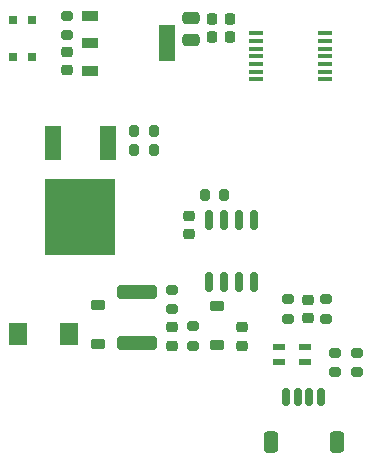
<source format=gtp>
G04 #@! TF.GenerationSoftware,KiCad,Pcbnew,8.0.8*
G04 #@! TF.CreationDate,2025-03-05T20:48:14-06:00*
G04 #@! TF.ProjectId,Incipit11,496e6369-7069-4743-9131-2e6b69636164,A*
G04 #@! TF.SameCoordinates,Original*
G04 #@! TF.FileFunction,Paste,Top*
G04 #@! TF.FilePolarity,Positive*
%FSLAX46Y46*%
G04 Gerber Fmt 4.6, Leading zero omitted, Abs format (unit mm)*
G04 Created by KiCad (PCBNEW 8.0.8) date 2025-03-05 20:48:14*
%MOMM*%
%LPD*%
G01*
G04 APERTURE LIST*
G04 Aperture macros list*
%AMRoundRect*
0 Rectangle with rounded corners*
0 $1 Rounding radius*
0 $2 $3 $4 $5 $6 $7 $8 $9 X,Y pos of 4 corners*
0 Add a 4 corners polygon primitive as box body*
4,1,4,$2,$3,$4,$5,$6,$7,$8,$9,$2,$3,0*
0 Add four circle primitives for the rounded corners*
1,1,$1+$1,$2,$3*
1,1,$1+$1,$4,$5*
1,1,$1+$1,$6,$7*
1,1,$1+$1,$8,$9*
0 Add four rect primitives between the rounded corners*
20,1,$1+$1,$2,$3,$4,$5,0*
20,1,$1+$1,$4,$5,$6,$7,0*
20,1,$1+$1,$6,$7,$8,$9,0*
20,1,$1+$1,$8,$9,$2,$3,0*%
G04 Aperture macros list end*
%ADD10RoundRect,0.225000X-0.375000X0.225000X-0.375000X-0.225000X0.375000X-0.225000X0.375000X0.225000X0*%
%ADD11R,1.600000X1.900000*%
%ADD12RoundRect,0.200000X-0.275000X0.200000X-0.275000X-0.200000X0.275000X-0.200000X0.275000X0.200000X0*%
%ADD13RoundRect,0.200000X0.200000X0.275000X-0.200000X0.275000X-0.200000X-0.275000X0.200000X-0.275000X0*%
%ADD14RoundRect,0.250000X-1.450000X0.312500X-1.450000X-0.312500X1.450000X-0.312500X1.450000X0.312500X0*%
%ADD15R,1.400000X3.000000*%
%ADD16R,6.000000X6.500000*%
%ADD17RoundRect,0.225000X-0.250000X0.225000X-0.250000X-0.225000X0.250000X-0.225000X0.250000X0.225000X0*%
%ADD18RoundRect,0.200000X0.275000X-0.200000X0.275000X0.200000X-0.275000X0.200000X-0.275000X-0.200000X0*%
%ADD19RoundRect,0.225000X-0.225000X-0.250000X0.225000X-0.250000X0.225000X0.250000X-0.225000X0.250000X0*%
%ADD20RoundRect,0.225000X0.250000X-0.225000X0.250000X0.225000X-0.250000X0.225000X-0.250000X-0.225000X0*%
%ADD21R,0.650000X0.650000*%
%ADD22RoundRect,0.250000X0.475000X-0.250000X0.475000X0.250000X-0.475000X0.250000X-0.475000X-0.250000X0*%
%ADD23RoundRect,0.150000X0.150000X-0.675000X0.150000X0.675000X-0.150000X0.675000X-0.150000X-0.675000X0*%
%ADD24R,1.473200X0.889000*%
%ADD25R,1.473200X3.149600*%
%ADD26RoundRect,0.218750X0.256250X-0.218750X0.256250X0.218750X-0.256250X0.218750X-0.256250X-0.218750X0*%
%ADD27RoundRect,0.150000X-0.150000X-0.625000X0.150000X-0.625000X0.150000X0.625000X-0.150000X0.625000X0*%
%ADD28RoundRect,0.250000X-0.350000X-0.650000X0.350000X-0.650000X0.350000X0.650000X-0.350000X0.650000X0*%
%ADD29R,1.308100X0.355600*%
%ADD30R,1.000000X0.600000*%
%ADD31RoundRect,0.225000X0.375000X-0.225000X0.375000X0.225000X-0.375000X0.225000X-0.375000X-0.225000X0*%
G04 APERTURE END LIST*
D10*
X93200000Y-96350000D03*
X93200000Y-99650000D03*
D11*
X80645000Y-98700000D03*
X76345000Y-98700000D03*
D12*
X103200000Y-100275000D03*
X103200000Y-101925000D03*
X99200000Y-95775000D03*
X99200000Y-97425000D03*
D13*
X87825000Y-81500000D03*
X86175000Y-81500000D03*
X93795000Y-86900000D03*
X92145000Y-86900000D03*
D14*
X86400000Y-95162500D03*
X86400000Y-99437500D03*
D12*
X80500000Y-71750000D03*
X80500000Y-73400000D03*
D13*
X87825000Y-83100000D03*
X86175000Y-83100000D03*
D15*
X83900000Y-82550000D03*
X79300000Y-82550000D03*
D16*
X81600000Y-88800000D03*
D17*
X90770000Y-88725000D03*
X90770000Y-90275000D03*
D18*
X102400000Y-97425000D03*
X102400000Y-95775000D03*
D19*
X92725000Y-72000000D03*
X94275000Y-72000000D03*
D20*
X100900000Y-97375000D03*
X100900000Y-95825000D03*
D21*
X75875000Y-75275000D03*
X75875000Y-72125000D03*
X77525000Y-75275000D03*
X77525000Y-72125000D03*
D22*
X91000000Y-73850000D03*
X91000000Y-71950000D03*
D23*
X92530000Y-94300000D03*
X93800000Y-94300000D03*
X95070000Y-94300000D03*
X96340000Y-94300000D03*
X96340000Y-89050000D03*
X95070000Y-89050000D03*
X93800000Y-89050000D03*
X92530000Y-89050000D03*
D12*
X105000000Y-100275000D03*
X105000000Y-101925000D03*
D19*
X92725000Y-73600000D03*
X94275000Y-73600000D03*
D24*
X82436100Y-71788600D03*
X82436100Y-74100000D03*
X82436100Y-76411400D03*
D25*
X88963900Y-74100000D03*
D20*
X80500000Y-76375000D03*
X80500000Y-74825000D03*
D26*
X95300000Y-99700000D03*
X95300000Y-98125000D03*
X89400000Y-99700000D03*
X89400000Y-98125000D03*
D12*
X89400000Y-94975000D03*
X89400000Y-96625000D03*
D27*
X99000000Y-104000000D03*
X100000000Y-104000000D03*
X101000000Y-104000000D03*
X102000000Y-104000000D03*
D28*
X97700000Y-107875000D03*
X103300000Y-107875000D03*
D12*
X91100000Y-98050000D03*
X91100000Y-99700000D03*
D29*
X96498050Y-73249999D03*
X96498050Y-73900000D03*
X96498050Y-74550001D03*
X96498050Y-75200000D03*
X96498050Y-75849999D03*
X96498050Y-76500000D03*
X96498050Y-77149999D03*
X102301950Y-77150001D03*
X102301950Y-76500000D03*
X102301950Y-75850001D03*
X102301950Y-75200000D03*
X102301950Y-74550001D03*
X102301950Y-73900000D03*
X102301950Y-73250001D03*
D30*
X98400000Y-99800000D03*
X98400000Y-101100000D03*
X100600000Y-101100000D03*
X100600000Y-99800000D03*
D31*
X83100000Y-99550000D03*
X83100000Y-96250000D03*
M02*

</source>
